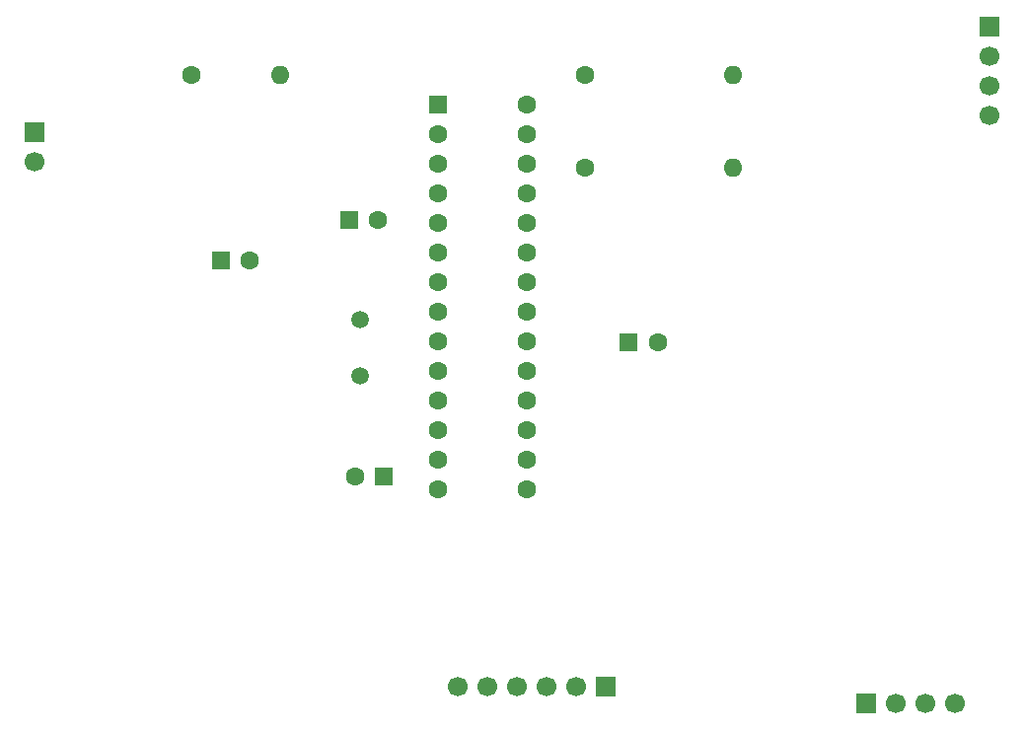
<source format=gbr>
%TF.GenerationSoftware,KiCad,Pcbnew,9.0.1*%
%TF.CreationDate,2025-06-18T08:05:52+01:00*%
%TF.ProjectId,station_pcb,73746174-696f-46e5-9f70-63622e6b6963,rev?*%
%TF.SameCoordinates,Original*%
%TF.FileFunction,Soldermask,Bot*%
%TF.FilePolarity,Negative*%
%FSLAX46Y46*%
G04 Gerber Fmt 4.6, Leading zero omitted, Abs format (unit mm)*
G04 Created by KiCad (PCBNEW 9.0.1) date 2025-06-18 08:05:52*
%MOMM*%
%LPD*%
G01*
G04 APERTURE LIST*
G04 Aperture macros list*
%AMRoundRect*
0 Rectangle with rounded corners*
0 $1 Rounding radius*
0 $2 $3 $4 $5 $6 $7 $8 $9 X,Y pos of 4 corners*
0 Add a 4 corners polygon primitive as box body*
4,1,4,$2,$3,$4,$5,$6,$7,$8,$9,$2,$3,0*
0 Add four circle primitives for the rounded corners*
1,1,$1+$1,$2,$3*
1,1,$1+$1,$4,$5*
1,1,$1+$1,$6,$7*
1,1,$1+$1,$8,$9*
0 Add four rect primitives between the rounded corners*
20,1,$1+$1,$2,$3,$4,$5,0*
20,1,$1+$1,$4,$5,$6,$7,0*
20,1,$1+$1,$6,$7,$8,$9,0*
20,1,$1+$1,$8,$9,$2,$3,0*%
G04 Aperture macros list end*
%ADD10O,1.600000X1.600000*%
%ADD11C,1.600000*%
%ADD12C,1.700000*%
%ADD13R,1.700000X1.700000*%
%ADD14R,1.600000X1.600000*%
%ADD15C,1.500000*%
%ADD16RoundRect,0.250000X-0.550000X-0.550000X0.550000X-0.550000X0.550000X0.550000X-0.550000X0.550000X0*%
G04 APERTURE END LIST*
D10*
%TO.C,R2*%
X165769182Y-55000000D03*
D11*
X153069182Y-55000000D03*
%TD*%
D12*
%TO.C,J4*%
X142069182Y-107500000D03*
X144609182Y-107500000D03*
X147149182Y-107500000D03*
X149689182Y-107500000D03*
X152229182Y-107500000D03*
D13*
X154769182Y-107500000D03*
%TD*%
D11*
%TO.C,C1*%
X135269182Y-67500000D03*
D14*
X132769182Y-67500000D03*
%TD*%
D15*
%TO.C,Y1*%
X133769182Y-76000000D03*
X133769182Y-80880000D03*
%TD*%
D11*
%TO.C,C3*%
X159269182Y-78000000D03*
D14*
X156769182Y-78000000D03*
%TD*%
D16*
%TO.C,U1*%
X140399182Y-57600000D03*
D11*
X140399182Y-60140000D03*
X140399182Y-62680000D03*
X140399182Y-65220000D03*
X140399182Y-67760000D03*
X140399182Y-70300000D03*
X140399182Y-72840000D03*
X140399182Y-75380000D03*
X140399182Y-77920000D03*
X140399182Y-80460000D03*
X140399182Y-83000000D03*
X140399182Y-85540000D03*
X140399182Y-88080000D03*
X140399182Y-90620000D03*
X148019182Y-90620000D03*
X148019182Y-88080000D03*
X148019182Y-85540000D03*
X148019182Y-83000000D03*
X148019182Y-80460000D03*
X148019182Y-77920000D03*
X148019182Y-75380000D03*
X148019182Y-72840000D03*
X148019182Y-70300000D03*
X148019182Y-67760000D03*
X148019182Y-65220000D03*
X148019182Y-62680000D03*
X148019182Y-60140000D03*
X148019182Y-57600000D03*
%TD*%
%TO.C,R3*%
X153069182Y-63000000D03*
D10*
X165769182Y-63000000D03*
%TD*%
D11*
%TO.C,R1*%
X119269182Y-55000000D03*
D10*
X126889182Y-55000000D03*
%TD*%
D13*
%TO.C,J3*%
X177189182Y-109000000D03*
D12*
X179729182Y-109000000D03*
X182269182Y-109000000D03*
X184809182Y-109000000D03*
%TD*%
D13*
%TO.C,J2*%
X187769182Y-50920000D03*
D12*
X187769182Y-53460000D03*
X187769182Y-56000000D03*
X187769182Y-58540000D03*
%TD*%
D13*
%TO.C,J1*%
X105769182Y-59960000D03*
D12*
X105769182Y-62500000D03*
%TD*%
D14*
%TO.C,C4*%
X121769182Y-71000000D03*
D11*
X124269182Y-71000000D03*
%TD*%
D14*
%TO.C,C2*%
X135769182Y-89500000D03*
D11*
X133269182Y-89500000D03*
%TD*%
M02*

</source>
